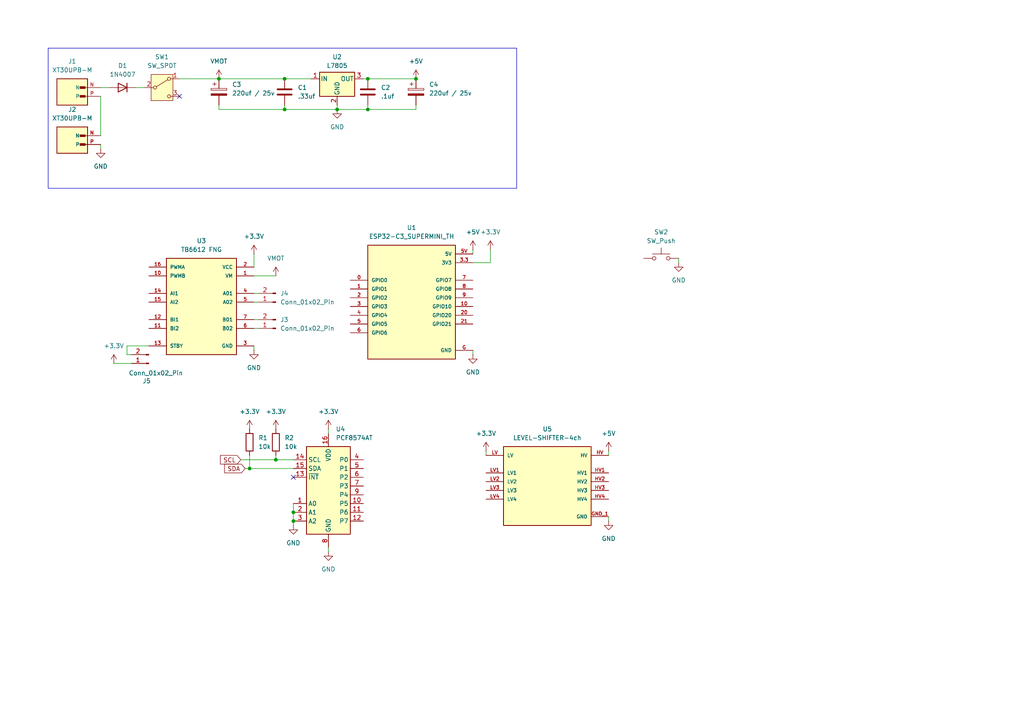
<source format=kicad_sch>
(kicad_sch (version 20250114) (generator "eeschema") (generator_version "9.0")
  (paper "A4")
  (lib_symbols
    (symbol "BOB-12009:BOB-12009" (pin_names (offset 1.016))
      (property "Reference" "U" (at -12.7 11.43 0))
      (property "Value" "BOB-12009" (at -12.7 -15.24 0))
      (symbol "BOB-12009_0_0"
        (rectangle (start -12.7 -12.7) (end 12.7 10.16) (stroke (width 0.254)) (fill (type background)))
        (pin bidirectional line (at -17.78 7.62 0) (length 5.08) (name "LV") (number "LV"))
        (pin bidirectional line (at -17.78 2.54 0) (length 5.08) (name "LV1") (number "LV1"))
        (pin bidirectional line (at -17.78 0 0) (length 5.08) (name "LV2") (number "LV2"))
        (pin bidirectional line (at -17.78 -2.54 0) (length 5.08) (name "LV3") (number "LV3"))
        (pin bidirectional line (at -17.78 -5.08 0) (length 5.08) (name "LV4") (number "LV4"))
        (pin bidirectional line (at 17.78 7.62 180) (length 5.08) (name "HV") (number "HV"))
        (pin bidirectional line (at 17.78 2.54 180) (length 5.08) (name "HV1") (number "HV1"))
        (pin bidirectional line (at 17.78 0 180) (length 5.08) (name "HV2") (number "HV2"))
        (pin bidirectional line (at 17.78 -2.54 180) (length 5.08) (name "HV3") (number "HV3"))
        (pin bidirectional line (at 17.78 -5.08 180) (length 5.08) (name "HV4") (number "HV4"))
        (pin power_in line (at 17.78 -10.16 180) (length 5.08) (name "GND") (number "GND_1"))
        (pin power_in line (at 17.78 -10.16 180) (length 5.08) (hide yes) (name "GND") (number "GND_2"))
      )
    )
    (symbol "Connector:Conn_01x02_Pin" (pin_names (offset 1.016) (hide yes))
      (property "Reference" "J" (at 0 2.54 0))
      (property "Value" "Conn_01x02_Pin" (at 0 -5.08 0))
      (symbol "Conn_01x02_Pin_1_1"
        (rectangle (start 0.8636 0.127) (end 0 -0.127) (stroke (width 0.1524)) (fill (type outline)))
        (rectangle (start 0.8636 -2.413) (end 0 -2.667) (stroke (width 0.1524)) (fill (type outline)))
        (polyline (pts (xy 1.27 0) (xy 0.8636 0)) (stroke (width 0.1524)))
        (polyline (pts (xy 1.27 -2.54) (xy 0.8636 -2.54)) (stroke (width 0.1524)))
        (pin passive line (at 5.08 0 180) (length 3.81) (name "Pin_1") (number "1"))
        (pin passive line (at 5.08 -2.54 180) (length 3.81) (name "Pin_2") (number "2"))
      )
    )
    (symbol "Device:C" (pin_numbers (hide yes)) (pin_names (offset 0.254))
      (property "Reference" "C" (at 0.635 2.54 0))
      (property "Value" "C" (at 0.635 -2.54 0))
      (symbol "C_0_1"
        (polyline (pts (xy -2.032 0.762) (xy 2.032 0.762)) (stroke (width 0.508)))
        (polyline (pts (xy -2.032 -0.762) (xy 2.032 -0.762)) (stroke (width 0.508)))
      )
      (symbol "C_1_1"
        (pin passive line (at 0 3.81 270) (length 2.794) (name "~") (number "1"))
        (pin passive line (at 0 -3.81 90) (length 2.794) (name "~") (number "2"))
      )
    )
    (symbol "Device:C_Polarized" (pin_numbers (hide yes)) (pin_names (offset 0.254))
      (property "Reference" "C" (at 0.635 2.54 0))
      (property "Value" "C_Polarized" (at 0.635 -2.54 0))
      (symbol "C_Polarized_0_1"
        (rectangle (start -2.286 0.508) (end 2.286 1.016))
        (polyline (pts (xy -1.778 2.286) (xy -0.762 2.286)))
        (polyline (pts (xy -1.27 2.794) (xy -1.27 1.778)))
        (rectangle (start 2.286 -0.508) (end -2.286 -1.016) (fill (type outline)))
      )
      (symbol "C_Polarized_1_1"
        (pin passive line (at 0 3.81 270) (length 2.794) (name "~") (number "1"))
        (pin passive line (at 0 -3.81 90) (length 2.794) (name "~") (number "2"))
      )
    )
    (symbol "Device:R" (pin_numbers (hide yes)) (pin_names (offset 0))
      (property "Reference" "R" (at 2.032 0 90))
      (property "Value" "R" (at 0 0 90))
      (symbol "R_0_1"
        (rectangle (start -1.016 -2.54) (end 1.016 2.54) (stroke (width 0.254)))
      )
      (symbol "R_1_1"
        (pin passive line (at 0 3.81 270) (length 1.27) (name "~") (number "1"))
        (pin passive line (at 0 -3.81 90) (length 1.27) (name "~") (number "2"))
      )
    )
    (symbol "Diode:1N4007" (pin_numbers (hide yes)) (pin_names (hide yes))
      (property "Reference" "D" (at 0 2.54 0))
      (property "Value" "1N4007" (at 0 -2.54 0))
      (symbol "1N4007_0_1"
        (polyline (pts (xy -1.27 1.27) (xy -1.27 -1.27)) (stroke (width 0.254)))
        (polyline (pts (xy 1.27 1.27) (xy 1.27 -1.27) (xy -1.27 0) (xy 1.27 1.27)) (stroke (width 0.254)))
        (polyline (pts (xy 1.27 0) (xy -1.27 0)))
      )
      (symbol "1N4007_1_1"
        (pin passive line (at -3.81 0 0) (length 2.54) (name "K") (number "1"))
        (pin passive line (at 3.81 0 180) (length 2.54) (name "A") (number "2"))
      )
    )
    (symbol "ESP32-C3_SUPERMINI_TH:ESP32-C3_SUPERMINI_TH" (pin_names (offset 1.016))
      (property "Reference" "U" (at -12.7 16.002 0))
      (property "Value" "ESP32-C3_SUPERMINI_TH" (at -12.7 -20.32 0))
      (symbol "ESP32-C3_SUPERMINI_TH_0_0"
        (rectangle (start -12.7 -17.78) (end 12.7 15.24) (stroke (width 0.254)) (fill (type background)))
        (pin bidirectional line (at -17.78 5.08 0) (length 5.08) (name "GPIO0") (number "0"))
        (pin bidirectional line (at -17.78 2.54 0) (length 5.08) (name "GPIO1") (number "1"))
        (pin bidirectional line (at -17.78 0 0) (length 5.08) (name "GPIO2") (number "2"))
        (pin bidirectional line (at -17.78 -2.54 0) (length 5.08) (name "GPIO3") (number "3"))
        (pin bidirectional line (at -17.78 -5.08 0) (length 5.08) (name "GPIO4") (number "4"))
        (pin bidirectional line (at -17.78 -7.62 0) (length 5.08) (name "GPIO5") (number "5"))
        (pin bidirectional line (at -17.78 -10.16 0) (length 5.08) (name "GPIO6") (number "6"))
        (pin power_in line (at 17.78 12.7 180) (length 5.08) (name "5V") (number "5V"))
        (pin power_in line (at 17.78 10.16 180) (length 5.08) (name "3V3") (number "3.3"))
        (pin bidirectional line (at 17.78 5.08 180) (length 5.08) (name "GPIO7") (number "7"))
        (pin bidirectional line (at 17.78 2.54 180) (length 5.08) (name "GPIO8") (number "8"))
        (pin bidirectional line (at 17.78 0 180) (length 5.08) (name "GPIO9") (number "9"))
        (pin bidirectional line (at 17.78 -2.54 180) (length 5.08) (name "GPIO10") (number "10"))
        (pin bidirectional line (at 17.78 -5.08 180) (length 5.08) (name "GPIO20") (number "20"))
        (pin bidirectional line (at 17.78 -7.62 180) (length 5.08) (name "GPIO21") (number "21"))
        (pin power_in line (at 17.78 -15.24 180) (length 5.08) (name "GND") (number "G"))
      )
    )
    (symbol "Interface_Expansion:PCF8574AT"
      (property "Reference" "U" (at -6.35 12.954 0))
      (property "Value" "PCF8574AT" (at 3.048 12.954 0))
      (symbol "PCF8574AT_0_1"
        (rectangle (start -6.35 -13.97) (end 6.35 11.43) (stroke (width 0.254)) (fill (type background)))
      )
      (symbol "PCF8574AT_1_1"
        (pin input line (at -10.16 7.62 0) (length 3.81) (name "SCL") (number "14"))
        (pin bidirectional line (at -10.16 5.08 0) (length 3.81) (name "SDA") (number "15"))
        (pin open_collector line (at -10.16 2.54 0) (length 3.81) (name "~{INT}") (number "13"))
        (pin input line (at -10.16 -5.08 0) (length 3.81) (name "A0") (number "1"))
        (pin input line (at -10.16 -7.62 0) (length 3.81) (name "A1") (number "2"))
        (pin input line (at -10.16 -10.16 0) (length 3.81) (name "A2") (number "3"))
        (pin power_in line (at 0 15.24 270) (length 3.81) (name "VDD") (number "16"))
        (pin power_in line (at 0 -17.78 90) (length 3.81) (name "GND") (number "8"))
        (pin bidirectional line (at 10.16 7.62 180) (length 3.81) (name "P0") (number "4"))
        (pin bidirectional line (at 10.16 5.08 180) (length 3.81) (name "P1") (number "5"))
        (pin bidirectional line (at 10.16 2.54 180) (length 3.81) (name "P2") (number "6"))
        (pin bidirectional line (at 10.16 0 180) (length 3.81) (name "P3") (number "7"))
        (pin bidirectional line (at 10.16 -2.54 180) (length 3.81) (name "P4") (number "9"))
        (pin bidirectional line (at 10.16 -5.08 180) (length 3.81) (name "P5") (number "10"))
        (pin bidirectional line (at 10.16 -7.62 180) (length 3.81) (name "P6") (number "11"))
        (pin bidirectional line (at 10.16 -10.16 180) (length 3.81) (name "P7") (number "12"))
      )
    )
    (symbol "ROB-14450:ROB-14450" (pin_names (offset 1.016))
      (property "Reference" "U" (at -10.16 16.002 0))
      (property "Value" "ROB-14450" (at -10.16 -15.24 0))
      (symbol "ROB-14450_0_0"
        (rectangle (start -10.16 -12.7) (end 10.16 15.24) (stroke (width 0.254)) (fill (type background)))
        (pin input line (at -15.24 12.7 0) (length 5.08) (name "PWMA") (number "16"))
        (pin input line (at -15.24 10.16 0) (length 5.08) (name "PWMB") (number "10"))
        (pin input line (at -15.24 5.08 0) (length 5.08) (name "AI1") (number "14"))
        (pin input line (at -15.24 2.54 0) (length 5.08) (name "AI2") (number "15"))
        (pin input line (at -15.24 -2.54 0) (length 5.08) (name "BI1") (number "12"))
        (pin input line (at -15.24 -5.08 0) (length 5.08) (name "BI2") (number "11"))
        (pin input line (at -15.24 -10.16 0) (length 5.08) (name "STBY") (number "13"))
        (pin power_in line (at 15.24 12.7 180) (length 5.08) (name "VCC") (number "2"))
        (pin power_in line (at 15.24 10.16 180) (length 5.08) (name "VM") (number "1"))
        (pin output line (at 15.24 5.08 180) (length 5.08) (name "A01") (number "4"))
        (pin output line (at 15.24 2.54 180) (length 5.08) (name "A02") (number "5"))
        (pin output line (at 15.24 -2.54 180) (length 5.08) (name "B01") (number "7"))
        (pin output line (at 15.24 -5.08 180) (length 5.08) (name "B02") (number "6"))
        (pin power_in line (at 15.24 -10.16 180) (length 5.08) (name "GND") (number "3"))
        (pin power_in line (at 15.24 -10.16 180) (length 5.08) (hide yes) (name "GND") (number "8"))
        (pin power_in line (at 15.24 -10.16 180) (length 5.08) (hide yes) (name "GND") (number "9"))
      )
    )
    (symbol "Regulator_Linear:L7805" (pin_names (offset 0.254))
      (property "Reference" "U" (at -3.81 3.175 0))
      (property "Value" "L7805" (at 0 3.175 0))
      (symbol "L7805_0_1"
        (rectangle (start -5.08 1.905) (end 5.08 -5.08) (stroke (width 0.254)) (fill (type background)))
      )
      (symbol "L7805_1_1"
        (pin power_in line (at -7.62 0 0) (length 2.54) (name "IN") (number "1"))
        (pin power_in line (at 0 -7.62 90) (length 2.54) (name "GND") (number "2"))
        (pin power_out line (at 7.62 0 180) (length 2.54) (name "OUT") (number "3"))
      )
    )
    (symbol "Switch:SW_Push" (pin_numbers (hide yes)) (pin_names (offset 1.016) (hide yes))
      (property "Reference" "SW" (at 1.27 2.54 0))
      (property "Value" "SW_Push" (at 0 -1.524 0))
      (symbol "SW_Push_0_1"
        (circle (center -2.032 0) (radius 0.508))
        (polyline (pts (xy 0 1.27) (xy 0 3.048)))
        (circle (center 2.032 0) (radius 0.508))
        (polyline (pts (xy 2.54 1.27) (xy -2.54 1.27)))
        (pin passive line (at -5.08 0 0) (length 2.54) (name "1") (number "1"))
        (pin passive line (at 5.08 0 180) (length 2.54) (name "2") (number "2"))
      )
    )
    (symbol "Switch:SW_SPDT" (pin_names (offset 0) (hide yes))
      (property "Reference" "SW" (at 0 5.08 0))
      (property "Value" "SW_SPDT" (at 0 -5.08 0))
      (symbol "SW_SPDT_0_1"
        (circle (center -2.032 0) (radius 0.4572))
        (polyline (pts (xy -1.651 0.254) (xy 1.651 2.286)))
        (circle (center 2.032 2.54) (radius 0.4572))
        (circle (center 2.032 -2.54) (radius 0.4572))
      )
      (symbol "SW_SPDT_1_1"
        (rectangle (start -3.175 3.81) (end 3.175 -3.81) (fill (type background)))
        (pin passive line (at -5.08 0 0) (length 2.54) (name "B") (number "2"))
        (pin passive line (at 5.08 2.54 180) (length 2.54) (name "A") (number "1"))
        (pin passive line (at 5.08 -2.54 180) (length 2.54) (name "C") (number "3"))
      )
    )
    (symbol "XT30UPB-M:XT30UPB-M" (pin_names (offset 1.016))
      (property "Reference" "J" (at -3.81 3.81 0))
      (property "Value" "XT30UPB-M" (at -4.064 -7.874 0))
      (symbol "XT30UPB-M_0_0"
        (rectangle (start -3.81 -5.08) (end 5.08 2.54) (stroke (width 0.254)) (fill (type background)))
        (rectangle (start -3.175 -0.3175) (end -1.5875 0.3175) (stroke (width 0.1)) (fill (type outline)))
        (rectangle (start -3.175 -2.8575) (end -1.5875 -2.2225) (stroke (width 0.1)) (fill (type outline)))
        (pin passive line (at -7.62 0 0) (length 5.08) (name "P") (number "P"))
        (pin passive line (at -7.62 -2.54 0) (length 5.08) (name "N") (number "N"))
      )
    )
    (symbol "power:+3.3V" (power) (pin_numbers (hide yes)) (pin_names (offset 0) (hide yes))
      (property "Value" "+3.3V" (at 0 3.556 0))
      (symbol "+3.3V_0_1"
        (polyline (pts (xy -0.762 1.27) (xy 0 2.54)))
        (polyline (pts (xy 0 2.54) (xy 0.762 1.27)))
        (polyline (pts (xy 0 0) (xy 0 2.54)))
      )
      (symbol "+3.3V_1_1"
        (pin power_in line (at 0 0 90) (length 0) (name "~") (number "1"))
      )
    )
    (symbol "power:+5V" (power) (pin_numbers (hide yes)) (pin_names (offset 0) (hide yes))
      (property "Value" "+5V" (at 0 3.556 0))
      (symbol "+5V_0_1"
        (polyline (pts (xy -0.762 1.27) (xy 0 2.54)))
        (polyline (pts (xy 0 2.54) (xy 0.762 1.27)))
        (polyline (pts (xy 0 0) (xy 0 2.54)))
      )
      (symbol "+5V_1_1"
        (pin power_in line (at 0 0 90) (length 0) (name "~") (number "1"))
      )
    )
    (symbol "power:GND" (power) (pin_numbers (hide yes)) (pin_names (offset 0) (hide yes))
      (property "Value" "GND" (at 0 -3.81 0))
      (symbol "GND_0_1"
        (polyline (pts (xy 0 0) (xy 0 -1.27) (xy 1.27 -1.27) (xy 0 -2.54) (xy -1.27 -1.27) (xy 0 -1.27)))
      )
      (symbol "GND_1_1"
        (pin power_in line (at 0 0 270) (length 0) (name "~") (number "1"))
      )
    )
    (symbol "power:VCC" (power) (pin_numbers (hide yes)) (pin_names (offset 0) (hide yes))
      (property "Value" "VCC" (at 0 3.556 0))
      (symbol "VCC_0_1"
        (polyline (pts (xy -0.762 1.27) (xy 0 2.54)))
        (polyline (pts (xy 0 2.54) (xy 0.762 1.27)))
        (polyline (pts (xy 0 0) (xy 0 2.54)))
      )
      (symbol "VCC_1_1"
        (pin power_in line (at 0 0 90) (length 0) (name "~") (number "1"))
      )
    )
  )
  (rectangle (start 13.97 13.97) (end 149.86 54.61))
  (junction (at 63.5 22.86))
  (junction (at 106.68 31.75))
  (junction (at 72.39 135.89))
  (junction (at 85.09 148.59))
  (junction (at 120.65 22.86))
  (junction (at 97.79 31.75))
  (junction (at 106.68 22.86))
  (junction (at 85.09 151.13))
  (junction (at 80.01 133.35))
  (junction (at 82.55 31.75))
  (junction (at 82.55 22.86))
  (no_connect (at 52.07 27.94))
  (no_connect (at 85.09 138.43))
  (wire (pts (xy 63.5 22.86) (xy 82.55 22.86)))
  (wire (pts (xy 85.09 152.4) (xy 85.09 151.13)))
  (wire (pts (xy 90.17 22.86) (xy 82.55 22.86)))
  (wire (pts (xy 52.07 22.86) (xy 63.5 22.86)))
  (wire (pts (xy 176.53 130.81) (xy 176.53 132.08)))
  (wire (pts (xy 74.93 85.09) (xy 73.66 85.09)))
  (wire (pts (xy 142.24 76.2) (xy 137.16 76.2)))
  (wire (pts (xy 95.25 160.02) (xy 95.25 158.75)))
  (wire (pts (xy 85.09 146.05) (xy 85.09 148.59)))
  (wire (pts (xy 73.66 101.6) (xy 73.66 100.33)))
  (wire (pts (xy 106.68 31.75) (xy 106.68 30.48)))
  (wire (pts (xy 69.85 133.35) (xy 80.01 133.35)))
  (wire (pts (xy 80.01 80.01) (xy 73.66 80.01)))
  (wire (pts (xy 82.55 31.75) (xy 97.79 31.75)))
  (wire (pts (xy 85.09 148.59) (xy 85.09 151.13)))
  (wire (pts (xy 137.16 73.66) (xy 137.16 72.39)))
  (wire (pts (xy 140.97 130.81) (xy 140.97 132.08)))
  (wire (pts (xy 97.79 31.75) (xy 97.79 30.48)))
  (wire (pts (xy 176.53 151.13) (xy 176.53 149.86)))
  (wire (pts (xy 74.93 95.25) (xy 73.66 95.25)))
  (wire (pts (xy 63.5 31.75) (xy 82.55 31.75)))
  (wire (pts (xy 120.65 22.86) (xy 106.68 22.86)))
  (wire (pts (xy 72.39 135.89) (xy 72.39 132.08)))
  (wire (pts (xy 137.16 101.6) (xy 137.16 102.87)))
  (wire (pts (xy 74.93 87.63) (xy 73.66 87.63)))
  (wire (pts (xy 29.21 27.94) (xy 29.21 39.37)))
  (wire (pts (xy 80.01 132.08) (xy 80.01 133.35)))
  (wire (pts (xy 36.83 102.87) (xy 36.83 100.33)))
  (wire (pts (xy 95.25 124.46) (xy 95.25 125.73)))
  (wire (pts (xy 74.93 92.71) (xy 73.66 92.71)))
  (wire (pts (xy 38.1 102.87) (xy 36.83 102.87)))
  (wire (pts (xy 106.68 22.86) (xy 105.41 22.86)))
  (wire (pts (xy 142.24 72.39) (xy 142.24 76.2)))
  (wire (pts (xy 97.79 31.75) (xy 106.68 31.75)))
  (wire (pts (xy 71.12 135.89) (xy 72.39 135.89)))
  (wire (pts (xy 73.66 73.66) (xy 73.66 77.47)))
  (wire (pts (xy 29.21 41.91) (xy 29.21 43.18)))
  (wire (pts (xy 120.65 31.75) (xy 120.65 30.48)))
  (wire (pts (xy 63.5 30.48) (xy 63.5 31.75)))
  (wire (pts (xy 72.39 135.89) (xy 85.09 135.89)))
  (wire (pts (xy 106.68 31.75) (xy 120.65 31.75)))
  (wire (pts (xy 36.83 100.33) (xy 43.18 100.33)))
  (wire (pts (xy 41.91 25.4) (xy 39.37 25.4)))
  (wire (pts (xy 82.55 31.75) (xy 82.55 30.48)))
  (wire (pts (xy 196.85 76.2) (xy 196.85 74.93)))
  (wire (pts (xy 29.21 25.4) (xy 31.75 25.4)))
  (wire (pts (xy 80.01 133.35) (xy 85.09 133.35)))
  (wire (pts (xy 33.02 105.41) (xy 38.1 105.41)))
  (global_label "SCL" (shape input) (at 69.85 133.35 180) (property "Intersheetrefs" "${INTERSHEET_REFS}" (effects (hide yes))))
  (global_label "SDA" (shape input) (at 71.12 135.89 180) (property "Intersheetrefs" "${INTERSHEET_REFS}" (effects (hide yes))))
  (symbol (lib_id "Regulator_Linear:L7805") (at 97.79 22.86 0) (unit 1)
    (property "Reference" "U2" (at 97.79 16.51 0))
    (property "Value" "L7805" (at 97.79 19.05 0))
    (property "Footprint" "Package_TO_SOT_THT:TO-220-3_Vertical" (effects (hide yes)))
    (property "Datasheet" "http://www.st.com/content/ccc/resource/technical/document/datasheet/41/4f/b3/b0/12/d4/47/88/CD00000444.pdf/files/CD00000444.pdf/jcr:content/translations/en.CD00000444.pdf" (effects (hide yes)))
    (property "Description" "Positive 1.5A 35V Linear Regulator, Fixed Output 5V, TO-220/TO-263/TO-252" (effects (hide yes)))
  )
  (symbol (lib_id "power:GND") (at 73.66 101.6 0) (unit 1)
    (property "Reference" "#PWR08" (effects (hide yes)))
    (property "Value" "GND" (at 73.66 106.68 0))
    (property "Description" "Power symbol creates a global label with name \"GND\" , ground" (effects (hide yes)))
  )
  (symbol (lib_id "power:+3.3V") (at 142.24 72.39 0) (unit 1)
    (property "Reference" "#PWR010" (effects (hide yes)))
    (property "Value" "+3.3V" (at 142.24 67.31 0))
    (property "Description" "Power symbol creates a global label with name \"+3.3V\"" (effects (hide yes)))
  )
  (symbol (lib_id "ROB-14450:ROB-14450") (at 58.42 90.17 0) (unit 1)
    (property "Reference" "U3" (at 58.42 69.85 0))
    (property "Value" "TB6612 FNG" (at 58.42 72.39 0))
    (property "Footprint" "ROB-14450:MODULE_ROB-14450" (effects (hide yes)))
    (property "MF" "SparkFun Electronics" (effects (hide yes)))
    (property "Description_1" "TB6612FNG - Motor Controller/Driver Power Management Evaluation Board" (effects (hide yes)))
    (property "Package" "None" (effects (hide yes)))
    (property "Price" "None" (effects (hide yes)))
    (property "Check_prices" "https://www.snapeda.com/parts/ROB-14450/SparkFun/view-part/?ref=eda" (effects (hide yes)))
    (property "STANDARD" "Manufacturer Recommendation" (effects (hide yes)))
    (property "PARTREV" "11-13-17" (effects (hide yes)))
    (property "SnapEDA_Link" "https://www.snapeda.com/parts/ROB-14450/SparkFun/view-part/?ref=snap" (effects (hide yes)))
    (property "MP" "ROB-14450" (effects (hide yes)))
    (property "Availability" "In Stock" (effects (hide yes)))
    (property "MANUFACTURER" "Sparkfun Electronics" (effects (hide yes)))
  )
  (symbol (lib_id "Device:R") (at 80.01 128.27 0) (unit 1)
    (property "Reference" "R2" (at 82.55 126.9999 0) (effects (justify left)))
    (property "Value" "10k" (at 82.55 129.5399 0) (effects (justify left)))
    (property "Footprint" "Resistor_SMD:R_0805_2012Metric_Pad1.20x1.40mm_HandSolder" (effects (hide yes)))
    (property "Description" "Resistor" (effects (hide yes)))
  )
  (symbol (lib_id "power:+3.3V") (at 140.97 130.81 0) (unit 1)
    (property "Reference" "#PWR018" (effects (hide yes)))
    (property "Value" "+3.3V" (at 140.97 125.73 0))
    (property "Description" "Power symbol creates a global label with name \"+3.3V\"" (effects (hide yes)))
  )
  (symbol (lib_id "Switch:SW_SPDT") (at 46.99 25.4 0) (unit 1)
    (property "Reference" "SW1" (at 46.99 16.51 0))
    (property "Value" "SW_SPDT" (at 46.99 19.05 0))
    (property "Footprint" "Button_Switch_THT:SW_Slide_SPDT_Straight_CK_OS102011MS2Q" (effects (hide yes)))
    (property "Description" "Switch, single pole double throw" (effects (hide yes)))
  )
  (symbol (lib_id "power:GND") (at 137.16 102.87 0) (unit 1)
    (property "Reference" "#PWR05" (effects (hide yes)))
    (property "Value" "GND" (at 137.16 107.95 0))
    (property "Description" "Power symbol creates a global label with name \"GND\" , ground" (effects (hide yes)))
  )
  (symbol (lib_id "power:GND") (at 85.09 152.4 0) (unit 1)
    (property "Reference" "#PWR016" (effects (hide yes)))
    (property "Value" "GND" (at 85.09 157.48 0))
    (property "Description" "Power symbol creates a global label with name \"GND\" , ground" (effects (hide yes)))
  )
  (symbol (lib_id "power:+3.3V") (at 95.25 124.46 0) (unit 1)
    (property "Reference" "#PWR013" (effects (hide yes)))
    (property "Value" "+3.3V" (at 95.25 119.38 0))
    (property "Description" "Power symbol creates a global label with name \"+3.3V\"" (effects (hide yes)))
  )
  (symbol (lib_id "Connector:Conn_01x02_Pin") (at 80.01 87.63 180) (unit 1)
    (property "Reference" "J4" (at 81.28 85.0899 0) (effects (justify right)))
    (property "Value" "Conn_01x02_Pin" (at 81.28 87.6299 0) (effects (justify right)))
    (property "Footprint" "Connector_Molex:Molex_KK-254_AE-6410-02A_1x02_P2.54mm_Vertical" (effects (hide yes)))
    (property "Description" "Generic connector, single row, 01x02, script generated" (effects (hide yes)))
  )
  (symbol (lib_id "power:+5V") (at 137.16 72.39 0) (unit 1)
    (property "Reference" "#PWR04" (effects (hide yes)))
    (property "Value" "+5V" (at 137.16 67.31 0))
    (property "Description" "Power symbol creates a global label with name \"+5V\"" (effects (hide yes)))
  )
  (symbol (lib_id "power:VCC") (at 80.01 80.01 0) (unit 1)
    (property "Reference" "#PWR07" (effects (hide yes)))
    (property "Value" "VMOT" (at 80.01 74.93 0))
    (property "Description" "Power symbol creates a global label with name \"VCC\"" (effects (hide yes)))
  )
  (symbol (lib_id "Diode:1N4007") (at 35.56 25.4 180) (unit 1)
    (property "Reference" "D1" (at 35.56 19.05 0))
    (property "Value" "1N4007" (at 35.56 21.59 0))
    (property "Footprint" "Diode_THT:D_DO-41_SOD81_P10.16mm_Horizontal" (effects (hide yes)))
    (property "Datasheet" "http://www.vishay.com/docs/88503/1n4001.pdf" (effects (hide yes)))
    (property "Description" "1000V 1A General Purpose Rectifier Diode, DO-41" (effects (hide yes)))
    (property "Sim.Device" "D" (effects (hide yes)))
    (property "Sim.Pins" "1=K 2=A" (effects (hide yes)))
  )
  (symbol (lib_id "XT30UPB-M:XT30UPB-M") (at 21.59 27.94 180) (unit 1)
    (property "Reference" "J1" (at 20.955 17.78 0))
    (property "Value" "XT30UPB-M" (at 20.955 20.32 0))
    (property "Footprint" "XT30UPB-M:AMASS_XT30UPB-M" (effects (hide yes)))
    (property "MF" "amass" (effects (hide yes)))
    (property "MAXIMUM_PACKAGE_HEIGHT" "10.7mm" (effects (hide yes)))
    (property "CREATOR" "DIZAR" (effects (hide yes)))
    (property "Price" "None" (effects (hide yes)))
    (property "Package" "None" (effects (hide yes)))
    (property "Check_prices" "https://www.snapeda.com/parts/XT30UPB-M/AMASS/view-part/?ref=eda" (effects (hide yes)))
    (property "STANDARD" "Manufacturer Recommendations" (effects (hide yes)))
    (property "SnapEDA_Link" "https://www.snapeda.com/parts/XT30UPB-M/AMASS/view-part/?ref=snap" (effects (hide yes)))
    (property "MP" "XT30UPB-M" (effects (hide yes)))
    (property "Description_1" "Socket; DC supply; XT30; male; PIN: 2; on PCBs; THT; yellow; 15A; 500V" (effects (hide yes)))
    (property "Availability" "In Stock" (effects (hide yes)))
    (property "MANUFACTURER" "amass" (effects (hide yes)))
  )
  (symbol (lib_id "power:VCC") (at 63.5 22.86 0) (unit 1)
    (property "Reference" "#PWR06" (effects (hide yes)))
    (property "Value" "VMOT" (at 63.5 17.78 0))
    (property "Description" "Power symbol creates a global label with name \"VCC\"" (effects (hide yes)))
  )
  (symbol (lib_id "BOB-12009:BOB-12009") (at 158.75 139.7 0) (unit 1)
    (property "Reference" "U5" (at 158.75 124.46 0))
    (property "Value" "LEVEL-SHIFTER-4ch" (at 158.75 127 0))
    (property "Footprint" "BOB-12009:CONV_BOB-12009" (effects (hide yes)))
    (property "MF" "SparkFun" (effects (hide yes)))
    (property "MAXIMUM_PACKAGE_HEIGHT" "N/A" (effects (hide yes)))
    (property "Package" "None" (effects (hide yes)))
    (property "Price" "None" (effects (hide yes)))
    (property "Check_prices" "https://www.snapeda.com/parts/BOB-12009/SparkFun/view-part/?ref=eda" (effects (hide yes)))
    (property "STANDARD" "Manufacturer Recommendations" (effects (hide yes)))
    (property "PARTREV" "01" (effects (hide yes)))
    (property "SnapEDA_Link" "https://www.snapeda.com/parts/BOB-12009/SparkFun/view-part/?ref=snap" (effects (hide yes)))
    (property "MP" "BOB-12009" (effects (hide yes)))
    (property "Description_1" "BSS138 - Logic-Level Translator Interface Evaluation Board" (effects (hide yes)))
    (property "Availability" "In Stock" (effects (hide yes)))
    (property "MANUFACTURER" "SparkFun Electronics" (effects (hide yes)))
  )
  (symbol (lib_id "Device:C_Polarized") (at 63.5 26.67 0) (unit 1)
    (property "Reference" "C3" (at 67.31 24.5109 0) (effects (justify left)))
    (property "Value" "220uf / 25v" (at 67.31 27.0509 0) (effects (justify left)))
    (property "Footprint" "Capacitor_THT:CP_Radial_D8.0mm_P3.80mm" (effects (hide yes)))
    (property "Description" "Polarized capacitor" (effects (hide yes)))
  )
  (symbol (lib_id "power:+5V") (at 176.53 130.81 0) (unit 1)
    (property "Reference" "#PWR019" (effects (hide yes)))
    (property "Value" "+5V" (at 176.53 125.73 0))
    (property "Description" "Power symbol creates a global label with name \"+5V\"" (effects (hide yes)))
  )
  (symbol (lib_id "power:+3.3V") (at 72.39 124.46 0) (unit 1)
    (property "Reference" "#PWR015" (effects (hide yes)))
    (property "Value" "+3.3V" (at 72.39 119.38 0))
    (property "Description" "Power symbol creates a global label with name \"+3.3V\"" (effects (hide yes)))
  )
  (symbol (lib_id "Connector:Conn_01x02_Pin") (at 80.01 95.25 180) (unit 1)
    (property "Reference" "J3" (at 81.28 92.7099 0) (effects (justify right)))
    (property "Value" "Conn_01x02_Pin" (at 81.28 95.2499 0) (effects (justify right)))
    (property "Footprint" "Connector_Molex:Molex_KK-254_AE-6410-02A_1x02_P2.54mm_Vertical" (effects (hide yes)))
    (property "Description" "Generic connector, single row, 01x02, script generated" (effects (hide yes)))
  )
  (symbol (lib_id "power:+5V") (at 120.65 22.86 0) (unit 1)
    (property "Reference" "#PWR02" (effects (hide yes)))
    (property "Value" "+5V" (at 120.65 17.78 0))
    (property "Description" "Power symbol creates a global label with name \"+5V\"" (effects (hide yes)))
  )
  (symbol (lib_id "power:+3.3V") (at 80.01 124.46 0) (unit 1)
    (property "Reference" "#PWR014" (effects (hide yes)))
    (property "Value" "+3.3V" (at 80.01 119.38 0))
    (property "Description" "Power symbol creates a global label with name \"+3.3V\"" (effects (hide yes)))
  )
  (symbol (lib_id "Device:C") (at 82.55 26.67 0) (unit 1)
    (property "Reference" "C1" (at 86.36 25.3999 0) (effects (justify left)))
    (property "Value" ".33uf" (at 86.36 27.9399 0) (effects (justify left)))
    (property "Footprint" "Capacitor_THT:C_Disc_D3.0mm_W2.0mm_P2.50mm" (effects (hide yes)))
    (property "Description" "Unpolarized capacitor" (effects (hide yes)))
  )
  (symbol (lib_id "ESP32-C3_SUPERMINI_TH:ESP32-C3_SUPERMINI_TH") (at 119.38 86.36 0) (unit 1)
    (property "Reference" "U1" (at 119.38 66.04 0))
    (property "Value" "ESP32-C3_SUPERMINI_TH" (at 119.38 68.58 0))
    (property "Footprint" "ESP32-C3_SUPERMINI_TH:MODULE_ESP32-C3_SUPERMINI_TH" (effects (hide yes)))
    (property "MF" "Espressif Systems" (effects (hide yes)))
    (property "Description_1" "Super tiny ESP32-C3 board" (effects (hide yes)))
    (property "CREATOR" "DIZAR" (effects (hide yes)))
    (property "Price" "None" (effects (hide yes)))
    (property "Package" "Package" (effects (hide yes)))
    (property "Check_prices" "https://www.snapeda.com/parts/ESP32-C3%20SuperMini_TH/Espressif+Systems/view-part/?ref=eda" (effects (hide yes)))
    (property "STANDARD" "IPC-7351B" (effects (hide yes)))
    (property "SnapEDA_Link" "https://www.snapeda.com/parts/ESP32-C3%20SuperMini_TH/Espressif+Systems/view-part/?ref=snap" (effects (hide yes)))
    (property "MP" "ESP32-C3 SuperMini_TH" (effects (hide yes)))
    (property "Availability" "Not in stock" (effects (hide yes)))
    (property "MANUFACTURER" "Espressif Systems" (effects (hide yes)))
  )
  (symbol (lib_id "Connector:Conn_01x02_Pin") (at 43.18 105.41 180) (unit 1)
    (property "Reference" "J5" (at 42.545 110.49 0))
    (property "Value" "Conn_01x02_Pin" (at 45.212 108.204 0))
    (property "Footprint" "Connector_PinHeader_2.54mm:PinHeader_1x02_P2.54mm_Vertical" (effects (hide yes)))
    (property "Description" "Generic connector, single row, 01x02, script generated" (effects (hide yes)))
  )
  (symbol (lib_id "Device:C") (at 106.68 26.67 0) (unit 1)
    (property "Reference" "C2" (at 110.49 25.3999 0) (effects (justify left)))
    (property "Value" ".1uf" (at 110.49 27.9399 0) (effects (justify left)))
    (property "Footprint" "Capacitor_THT:C_Disc_D3.0mm_W2.0mm_P2.50mm" (effects (hide yes)))
    (property "Description" "Unpolarized capacitor" (effects (hide yes)))
  )
  (symbol (lib_id "power:GND") (at 196.85 76.2 0) (unit 1)
    (property "Reference" "#PWR020" (effects (hide yes)))
    (property "Value" "GND" (at 196.85 81.28 0))
    (property "Description" "Power symbol creates a global label with name \"GND\" , ground" (effects (hide yes)))
  )
  (symbol (lib_id "Device:R") (at 72.39 128.27 0) (unit 1)
    (property "Reference" "R1" (at 74.93 126.9999 0) (effects (justify left)))
    (property "Value" "10k" (at 74.93 129.5399 0) (effects (justify left)))
    (property "Footprint" "Resistor_SMD:R_0805_2012Metric_Pad1.20x1.40mm_HandSolder" (effects (hide yes)))
    (property "Description" "Resistor" (effects (hide yes)))
  )
  (symbol (lib_id "power:GND") (at 176.53 151.13 0) (unit 1)
    (property "Reference" "#PWR017" (effects (hide yes)))
    (property "Value" "GND" (at 176.53 156.21 0))
    (property "Description" "Power symbol creates a global label with name \"GND\" , ground" (effects (hide yes)))
  )
  (symbol (lib_id "Interface_Expansion:PCF8574AT") (at 95.25 140.97 0) (unit 1)
    (property "Reference" "U4" (at 97.3933 124.46 0) (effects (justify left)))
    (property "Value" "PCF8574AT" (at 97.3933 127 0) (effects (justify left)))
    (property "Footprint" "Package_SO:SOIC-16W_7.5x10.3mm_P1.27mm" (effects (hide yes)))
    (property "Datasheet" "http://www.nxp.com/docs/en/data-sheet/PCF8574_PCF8574A.pdf" (effects (hide yes)))
    (property "Description" "8 Bit Port/Expander to I2C Bus, fixed address bits 0b0111, SOIC-16" (effects (hide yes)))
  )
  (symbol (lib_id "power:GND") (at 97.79 31.75 0) (unit 1)
    (property "Reference" "#PWR03" (effects (hide yes)))
    (property "Value" "GND" (at 97.79 36.83 0))
    (property "Description" "Power symbol creates a global label with name \"GND\" , ground" (effects (hide yes)))
  )
  (symbol (lib_id "power:+3.3V") (at 73.66 73.66 0) (unit 1)
    (property "Reference" "#PWR09" (effects (hide yes)))
    (property "Value" "+3.3V" (at 73.66 68.58 0))
    (property "Description" "Power symbol creates a global label with name \"+3.3V\"" (effects (hide yes)))
  )
  (symbol (lib_id "Device:C_Polarized") (at 120.65 26.67 0) (unit 1)
    (property "Reference" "C4" (at 124.46 24.5109 0) (effects (justify left)))
    (property "Value" "220uf / 25v" (at 124.46 27.0509 0) (effects (justify left)))
    (property "Footprint" "Capacitor_THT:CP_Radial_D8.0mm_P3.80mm" (effects (hide yes)))
    (property "Description" "Polarized capacitor" (effects (hide yes)))
  )
  (symbol (lib_id "XT30UPB-M:XT30UPB-M") (at 21.59 41.91 180) (unit 1)
    (property "Reference" "J2" (at 20.955 31.75 0))
    (property "Value" "XT30UPB-M" (at 20.955 34.29 0))
    (property "Footprint" "XT30UPB-M:AMASS_XT30UPB-M" (effects (hide yes)))
    (property "MF" "amass" (effects (hide yes)))
    (property "MAXIMUM_PACKAGE_HEIGHT" "10.7mm" (effects (hide yes)))
    (property "CREATOR" "DIZAR" (effects (hide yes)))
    (property "Price" "None" (effects (hide yes)))
    (property "Package" "None" (effects (hide yes)))
    (property "Check_prices" "https://www.snapeda.com/parts/XT30UPB-M/AMASS/view-part/?ref=eda" (effects (hide yes)))
    (property "STANDARD" "Manufacturer Recommendations" (effects (hide yes)))
    (property "SnapEDA_Link" "https://www.snapeda.com/parts/XT30UPB-M/AMASS/view-part/?ref=snap" (effects (hide yes)))
    (property "MP" "XT30UPB-M" (effects (hide yes)))
    (property "Description_1" "Socket; DC supply; XT30; male; PIN: 2; on PCBs; THT; yellow; 15A; 500V" (effects (hide yes)))
    (property "Availability" "In Stock" (effects (hide yes)))
    (property "MANUFACTURER" "amass" (effects (hide yes)))
  )
  (symbol (lib_id "Switch:SW_Push") (at 191.77 74.93 0) (unit 1)
    (property "Reference" "SW2" (at 191.77 67.31 0))
    (property "Value" "SW_Push" (at 191.77 69.85 0))
    (property "Footprint" "Button_Switch_THT:SW_PUSH_6mm_H4.3mm" (effects (hide yes)))
    (property "Description" "Push button switch, generic, two pins" (effects (hide yes)))
  )
  (symbol (lib_id "power:+3.3V") (at 33.02 105.41 0) (unit 1)
    (property "Reference" "#PWR011" (effects (hide yes)))
    (property "Value" "+3.3V" (at 33.02 100.33 0))
    (property "Description" "Power symbol creates a global label with name \"+3.3V\"" (effects (hide yes)))
  )
  (symbol (lib_id "power:GND") (at 95.25 160.02 0) (unit 1)
    (property "Reference" "#PWR012" (effects (hide yes)))
    (property "Value" "GND" (at 95.25 165.1 0))
    (property "Description" "Power symbol creates a global label with name \"GND\" , ground" (effects (hide yes)))
  )
  (symbol (lib_id "power:GND") (at 29.21 43.18 0) (unit 1)
    (property "Reference" "#PWR01" (effects (hide yes)))
    (property "Value" "GND" (at 29.21 48.26 0))
    (property "Description" "Power symbol creates a global label with name \"GND\" , ground" (effects (hide yes)))
  )
)
</source>
